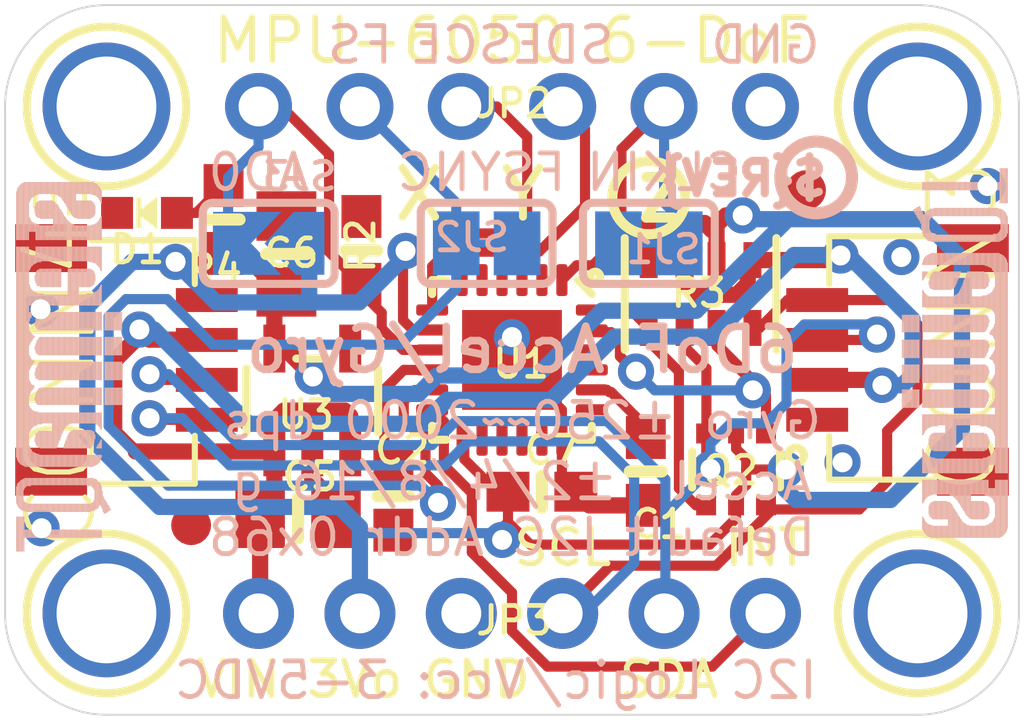
<source format=kicad_pcb>
(kicad_pcb (version 20221018) (generator pcbnew)
  (layers (0 "F.Cu" signal) (31 "B.Cu" signal) (34 "B.Paste" user) (35 "F.Paste" user) (36 "B.SilkS" user "B.Silkscreen") (37 "F.SilkS" user "F.Silkscreen") (38 "B.Mask" user) (39 "F.Mask" user) (44 "Edge.Cuts" user))
  (net 0 "")
  (net 1 "3.3V")
  (net 2 "GND")
  (net 3 "SDA")
  (net 4 "SCL")
  (net 5 "FSYNC_IN")
  (net 6 "CLKIN")
  (net 7 "CPOUT")
  (net 8 "REGOUT")
  (net 9 "SDA_EXT")
  (net 10 "SCL_EXT")
  (net 11 "AD0")
  (net 12 "SCL_3V")
  (net 13 "SDA_3V")
  (net 14 "INT")
  (net 15 "VCC")
  (net 16 "N$1")
  (footprint "Adafruit MPU6050:JST_SH4" (layer "F.Cu") (at 138.3411 105.0036 -90)
    (fp_text reference "CONN4" (at -3.711 2.101 90) (layer "F.SilkS") (effects (font (size 1.647139 1.647139) (thickness 0.130861)) (justify right top)))
    (fp_text value "STEMMA_I2C_QT" hide)
    (pad "1" smd rect (at -1.5 -2.514) (size 1.55 0.6) (layers "F.Cu" "F.Paste" "F.Mask") (net 2 "GND"))
    (pad "2" smd rect (at -0.5 -2.514) (size 1.55 0.6) (layers "F.Cu" "F.Paste" "F.Mask") (net 15 "VCC"))
    (pad "3" smd rect (at 0.5 -2.514) (size 1.55 0.6) (layers "F.Cu" "F.Paste" "F.Mask") (net 3 "SDA"))
    (pad "4" smd rect (at 1.5 -2.514) (size 1.55 0.6) (layers "F.Cu" "F.Paste" "F.Mask") (net 4 "SCL"))
    (pad "MT1" smd rect (at -2.8 1.386) (size 1.8 1.2) (layers "F.Cu" "F.Paste" "F.Mask"))
    (pad "MT2" smd rect (at 2.8 1.386) (size 1.8 1.2) (layers "F.Cu" "F.Paste" "F.Mask"))
  )
  (footprint "Adafruit MPU6050:0603-NO" (layer "F.Cu") (at 145.5293 108.4199 -90)
    (fp_text reference "C2" (at -0.762 0.5334) (layer "F.SilkS") (effects (font (size 0.692831 0.692831) (thickness 0.119969)) (justify left bottom)))
    (fp_text value "0.1uF")
    (pad "1" smd rect (at -0.85 0 270) (size 1.075 1) (layers "F.Cu" "F.Paste" "F.Mask") (net 8 "REGOUT"))
    (pad "2" smd rect (at 0.85 0 270) (size 1.075 1) (layers "F.Cu" "F.Paste" "F.Mask") (net 2 "GND"))
  )
  (footprint "Adafruit MPU6050:MOUNTINGHOLE_2.5_PLATED" (layer "F.Cu") (at 138.3411 98.6536)
    (fp_text reference "U$39" hide)
    (fp_text value "MOUNTINGHOLE2.5" hide)
    (pad "P$1" thru_hole circle (at 0 0) (size 3.2 3.2) (drill 2.5) (layers "*.Cu" "*.Mask"))
  )
  (footprint "Adafruit MPU6050:MOUNTINGHOLE_2.5_PLATED" (layer "F.Cu") (at 158.6611 111.3536)
    (fp_text reference "U$43" hide)
    (fp_text value "MOUNTINGHOLE2.5" hide)
    (pad "P$1" thru_hole circle (at 0 0) (size 3.2 3.2) (drill 2.5) (layers "*.Cu" "*.Mask"))
  )
  (footprint "Adafruit MPU6050:JST_SH4" (layer "F.Cu") (at 158.6611 105.0036 90)
    (fp_text reference "CONN3" (at -3.457 2.101 90) (layer "F.SilkS") (effects (font (size 1.647139 1.647139) (thickness 0.130861)) (justify left bottom)))
    (fp_text value "STEMMA_I2C_QT" hide)
    (pad "1" smd rect (at -1.5 -2.514 180) (size 1.55 0.6) (layers "F.Cu" "F.Paste" "F.Mask") (net 2 "GND"))
    (pad "2" smd rect (at -0.5 -2.514 180) (size 1.55 0.6) (layers "F.Cu" "F.Paste" "F.Mask") (net 15 "VCC"))
    (pad "3" smd rect (at 0.5 -2.514 180) (size 1.55 0.6) (layers "F.Cu" "F.Paste" "F.Mask") (net 3 "SDA"))
    (pad "4" smd rect (at 1.5 -2.514 180) (size 1.55 0.6) (layers "F.Cu" "F.Paste" "F.Mask") (net 4 "SCL"))
    (pad "MT1" smd rect (at -2.8 1.386 180) (size 1.8 1.2) (layers "F.Cu" "F.Paste" "F.Mask"))
    (pad "MT2" smd rect (at 2.8 1.386 180) (size 1.8 1.2) (layers "F.Cu" "F.Paste" "F.Mask"))
  )
  (footprint "Adafruit MPU6050:RESPACK_4X0603" (layer "F.Cu") (at 153.2255 103.3526 180)
    (fp_text reference "R3" (at -0.711 0.432) (layer "F.SilkS") (effects (font (size 0.692831 0.692831) (thickness 0.119969)) (justify right top)))
    (fp_text value "10K")
    (pad "1" smd rect (at -1.3 0.85 180) (size 0.45 0.9) (layers "F.Cu" "F.Paste" "F.Mask") (net 15 "VCC"))
    (pad "2" smd rect (at -0.4 0.85 180) (size 0.45 0.9) (layers "F.Cu" "F.Paste" "F.Mask") (net 1 "3.3V"))
    (pad "3" smd rect (at 0.4 0.85 180) (size 0.45 0.9) (layers "F.Cu" "F.Paste" "F.Mask") (net 15 "VCC"))
    (pad "4" smd rect (at 1.3 0.85 180) (size 0.45 0.9) (layers "F.Cu" "F.Paste" "F.Mask") (net 1 "3.3V"))
    (pad "5" smd rect (at 1.3 -0.85 180) (size 0.45 0.9) (layers "F.Cu" "F.Paste" "F.Mask") (net 13 "SDA_3V"))
    (pad "6" smd rect (at 0.4 -0.85 180) (size 0.45 0.9) (layers "F.Cu" "F.Paste" "F.Mask") (net 3 "SDA"))
    (pad "7" smd rect (at -0.4 -0.85 180) (size 0.45 0.9) (layers "F.Cu" "F.Paste" "F.Mask") (net 12 "SCL_3V"))
    (pad "8" smd rect (at -1.3 -0.85 180) (size 0.45 0.9) (layers "F.Cu" "F.Paste" "F.Mask") (net 4 "SCL"))
  )
  (footprint "Adafruit MPU6050:SOT23-5" (layer "F.Cu") (at 143.4973 106.0196)
    (fp_text reference "U3" (at 0.6128 -0.0508) (layer "F.SilkS") (effects (font (size 0.692831 0.692831) (thickness 0.119969)) (justify right top)))
    (fp_text value "AP2112K-3.3")
    (pad "1" smd rect (at -0.95 1.3001) (size 0.55 1.2) (layers "F.Cu" "F.Paste" "F.Mask") (net 15 "VCC"))
    (pad "2" smd rect (at 0 1.3001) (size 0.55 1.2) (layers "F.Cu" "F.Paste" "F.Mask") (net 2 "GND"))
    (pad "3" smd rect (at 0.95 1.3001) (size 0.55 1.2) (layers "F.Cu" "F.Paste" "F.Mask") (net 15 "VCC"))
    (pad "4" smd rect (at 0.95 -1.3001) (size 0.55 1.2) (layers "F.Cu" "F.Paste" "F.Mask"))
    (pad "5" smd rect (at -0.95 -1.3001) (size 0.55 1.2) (layers "F.Cu" "F.Paste" "F.Mask") (net 1 "3.3V"))
  )
  (footprint "Adafruit MPU6050:1X06_ROUND" (layer "F.Cu") (at 148.5011 98.6536)
    (fp_text reference "JP2" (at -0.9652 0.3302) (layer "F.SilkS") (effects (font (size 0.692831 0.692831) (thickness 0.119969)) (justify left bottom)))
    (fp_text value "")
    (pad "1" thru_hole circle (at -6.35 0 90) (size 1.6764 1.6764) (drill 1) (layers "*.Cu" "*.Mask") (net 11 "AD0"))
    (pad "2" thru_hole circle (at -3.81 0 90) (size 1.6764 1.6764) (drill 1) (layers "*.Cu" "*.Mask") (net 5 "FSYNC_IN"))
    (pad "3" thru_hole circle (at -1.27 0 90) (size 1.6764 1.6764) (drill 1) (layers "*.Cu" "*.Mask") (net 10 "SCL_EXT"))
    (pad "4" thru_hole circle (at 1.27 0 90) (size 1.6764 1.6764) (drill 1) (layers "*.Cu" "*.Mask") (net 9 "SDA_EXT"))
    (pad "5" thru_hole circle (at 3.81 0 90) (size 1.6764 1.6764) (drill 1) (layers "*.Cu" "*.Mask") (net 6 "CLKIN"))
    (pad "6" thru_hole circle (at 6.35 0 90) (size 1.6764 1.6764) (drill 1) (layers "*.Cu" "*.Mask") (net 2 "GND"))
  )
  (footprint "Adafruit MPU6050:0603-NO" (layer "F.Cu") (at 151.8539 107.7976 -90)
    (fp_text reference "C1" (at 1.7272 0.4318) (layer "F.SilkS") (effects (font (size 0.692831 0.692831) (thickness 0.119969)) (justify left bottom)))
    (fp_text value "2.2nF")
    (pad "1" smd rect (at -0.85 0 270) (size 1.075 1) (layers "F.Cu" "F.Paste" "F.Mask") (net 7 "CPOUT"))
    (pad "2" smd rect (at 0.85 0 270) (size 1.075 1) (layers "F.Cu" "F.Paste" "F.Mask") (net 2 "GND"))
  )
  (footprint "Adafruit MPU6050:1X06_ROUND_70" (layer "F.Cu") (at 148.5011 111.3536)
    (fp_text reference "JP3" (at -0.9652 0.5842) (layer "F.SilkS") (effects (font (size 0.692831 0.692831) (thickness 0.119969)) (justify left bottom)))
    (fp_text value "")
    (pad "1" thru_hole circle (at -6.35 0 90) (size 1.778 1.778) (drill 1) (layers "*.Cu" "*.Mask") (net 15 "VCC"))
    (pad "2" thru_hole circle (at -3.81 0 90) (size 1.778 1.778) (drill 1) (layers "*.Cu" "*.Mask") (net 1 "3.3V"))
    (pad "3" thru_hole circle (at -1.27 0 90) (size 1.778 1.778) (drill 1) (layers "*.Cu" "*.Mask") (net 2 "GND"))
    (pad "4" thru_hole circle (at 1.27 0 90) (size 1.778 1.778) (drill 1) (layers "*.Cu" "*.Mask") (net 4 "SCL"))
    (pad "5" thru_hole circle (at 3.81 0 90) (size 1.778 1.778) (drill 1) (layers "*.Cu" "*.Mask") (net 3 "SDA"))
    (pad "6" thru_hole circle (at 6.35 0 90) (size 1.778 1.778) (drill 1) (layers "*.Cu" "*.Mask") (net 14 "INT"))
  )
  (footprint "Adafruit MPU6050:0805-NO" (layer "F.Cu") (at 143.1417 108.966)
    (fp_text reference "C5" (at -0.4572 -0.635) (layer "F.SilkS") (effects (font (size 0.692831 0.692831) (thickness 0.119969)) (justify left bottom)))
    (fp_text value "10uF")
    (pad "1" smd rect (at -0.95 0) (size 1.24 1.5) (layers "F.Cu" "F.Paste" "F.Mask") (net 15 "VCC"))
    (pad "2" smd rect (at 0.95 0) (size 1.24 1.5) (layers "F.Cu" "F.Paste" "F.Mask") (net 2 "GND"))
  )
  (footprint "Adafruit MPU6050:MOUNTINGHOLE_2.5_PLATED" (layer "F.Cu") (at 138.3411 111.3536)
    (fp_text reference "U$42" hide)
    (fp_text value "MOUNTINGHOLE2.5" hide)
    (pad "P$1" thru_hole circle (at 0 0) (size 3.2 3.2) (drill 2.5) (layers "*.Cu" "*.Mask"))
  )
  (footprint "Adafruit MPU6050:CHIPLED_0603_NOOUTLINE" (layer "F.Cu") (at 139.3571 101.3206 90)
    (fp_text reference "D1" (at -0.508 0.508) (layer "F.SilkS") (effects (font (size 0.692831 0.692831) (thickness 0.119969)) (justify right top)))
    (fp_text value "GREEN")
    (pad "A" smd rect (at 0 0.75 90) (size 0.8 0.8) (layers "F.Cu" "F.Paste" "F.Mask") (net 16 "N$1"))
    (pad "C" smd rect (at 0 -0.75 90) (size 0.8 0.8) (layers "F.Cu" "F.Paste" "F.Mask") (net 2 "GND"))
  )
  (footprint "Adafruit MPU6050:MOUNTINGHOLE_2.5_PLATED" (layer "F.Cu") (at 158.6611 98.6536)
    (fp_text reference "U$40" hide)
    (fp_text value "MOUNTINGHOLE2.5" hide)
    (pad "P$1" thru_hole circle (at 0 0) (size 3.2 3.2) (drill 2.5) (layers "*.Cu" "*.Mask"))
  )
  (footprint "Adafruit MPU6050:0603-NO" (layer "F.Cu") (at 149.2504 108.3056)
    (fp_text reference "C7" (at -0.508 -0.635) (layer "F.SilkS") (effects (font (size 0.692831 0.692831) (thickness 0.119969)) (justify left bottom)))
    (fp_text value "0.1uF")
    (pad "1" smd rect (at -0.85 0) (size 1.075 1) (layers "F.Cu" "F.Paste" "F.Mask") (net 1 "3.3V"))
    (pad "2" smd rect (at 0.85 0) (size 1.075 1) (layers "F.Cu" "F.Paste" "F.Mask") (net 2 "GND"))
  )
  (footprint "Adafruit MPU6050:FIDUCIAL_1MM" (layer "F.Cu") (at 155.8671 100.7491)
    (fp_text reference "FID3" hide)
    (fp_text value "FIDUCIAL_1MM" hide)
    (pad "1" smd roundrect (at 0 0) (size 1 1) (layers "F.Cu" "F.Mask") (roundrect_rratio 0.5))
  )
  (footprint "Adafruit MPU6050:0603-NO" (layer "F.Cu") (at 144.7292 102.2604 90)
    (fp_text reference "R2" (at -0.635 0.381 90) (layer "F.SilkS") (effects (font (size 0.692831 0.692831) (thickness 0.119969)) (justify left bottom)))
    (fp_text value "10K")
    (pad "1" smd rect (at -0.85 0 90) (size 1.075 1) (layers "F.Cu" "F.Paste" "F.Mask") (net 11 "AD0"))
    (pad "2" smd rect (at 0.85 0 90) (size 1.075 1) (layers "F.Cu" "F.Paste" "F.Mask") (net 2 "GND"))
  )
  (footprint "Adafruit MPU6050:QFN24_4MM_SMSC" (layer "F.Cu") (at 148.5011 105.0036 -90)
    (fp_text reference "U1" (at 0.502 0.545) (layer "F.SilkS") (effects (font (size 0.692831 0.692831) (thickness 0.119969)) (justify left bottom)))
    (fp_text value "MPU-6050")
    (pad "1" smd roundrect (at -2 -1.25 90) (size 0.8 0.28) (layers "F.Cu" "F.Paste" "F.Mask") (net 6 "CLKIN"))
    (pad "2" smd roundrect (at -2 -0.75 90) (size 0.8 0.28) (layers "F.Cu" "F.Paste" "F.Mask"))
    (pad "3" smd roundrect (at -2 -0.25 90) (size 0.8 0.28) (layers "F.Cu" "F.Paste" "F.Mask"))
    (pad "4" smd roundrect (at -2 0.25 90) (size 0.8 0.28) (layers "F.Cu" "F.Paste" "F.Mask"))
    (pad "5" smd roundrect (at -2 0.75 90) (size 0.8 0.28) (layers "F.Cu" "F.Paste" "F.Mask"))
    (pad "6" smd roundrect (at -2 1.25 90) (size 0.8 0.28) (layers "F.Cu" "F.Paste" "F.Mask") (net 9 "SDA_EXT"))
    (pad "7" smd roundrect (at -1.25 2) (size 0.8 0.28) (layers "F.Cu" "F.Paste" "F.Mask") (net 10 "SCL_EXT"))
    (pad "8" smd roundrect (at -0.75 2) (size 0.8 0.28) (layers "F.Cu" "F.Paste" "F.Mask") (net 1 "3.3V"))
    (pad "9" smd roundrect (at -0.25 2) (size 0.8 0.28) (layers "F.Cu" "F.Paste" "F.Mask") (net 11 "AD0"))
    (pad "10" smd roundrect (at 0.25 2) (size 0.8 0.28) (layers "F.Cu" "F.Paste" "F.Mask") (net 8 "REGOUT"))
    (pad "11" smd roundrect (at 0.75 2) (size 0.8 0.28) (layers "F.Cu" "F.Paste" "F.Mask") (net 5 "FSYNC_IN"))
    (pad "12" smd roundrect (at 1.25 2) (size 0.8 0.28) (layers "F.Cu" "F.Paste" "F.Mask") (net 14 "INT"))
    (pad "13" smd roundrect (at 2 1.25 270) (size 0.8 0.28) (layers "F.Cu" "F.Paste" "F.Mask") (net 1 "3.3V"))
    (pad "14" smd roundrect (at 2 0.75 270) (size 0.8 0.28) (layers "F.Cu" "F.Paste" "F.Mask"))
    (pad "15" smd roundrect (at 2 0.25 270) (size 0.8 0.28) (layers "F.Cu" "F.Paste" "F.Mask"))
    (pad "16" smd roundrect (at 2 -0.25 270) (size 0.8 0.28) (layers "F.Cu" "F.Paste" "F.Mask"))
    (pad "17" smd roundrect (at 2 -0.75 270) (size 0.8 0.28) (layers "F.Cu" "F.Paste" "F.Mask"))
    (pad "18" smd roundrect (at 2 -1.25 270) (size 0.8 0.28) (layers "F.Cu" "F.Paste" "F.Mask") (net 2 "GND"))
    (pad "19" smd roundrect (at 1.25 -2 180) (size 0.8 0.28) (layers "F.Cu" "F.Paste" "F.Mask"))
    (pad "20" smd roundrect (at 0.75 -2 180) (size 0.8 0.28) (layers "F.Cu" "F.Paste" "F.Mask") (net 7 "CPOUT"))
    (pad "21" smd roundrect (at 0.25 -2 180) (size 0.8 0.28) (layers "F.Cu" "F.Paste" "F.Mask"))
    (pad "22" smd roundrect (at -0.25 -2 180) (size 0.8 0.28) (layers "F.Cu" "F.Paste" "F.Mask"))
    (pad "23" smd roundrect (at -0.75 -2 180) (size 0.8 0.28) (layers "F.Cu" "F.Paste" "F.Mask") (net 12 "SCL_3V"))
    (pad "24" smd roundrect (at -1.25 -2 180) (size 0.8 0.28) (layers "F.Cu" "F.Paste" "F.Mask") (net 13 "SDA_3V"))
    (pad "THERM" smd rect (at 0 0 270) (size 2.5 2.5) (layers "F.Cu" "F.Mask") (net 2 "GND"))
  )
  (footprint "Adafruit MPU6050:SOT363" (layer "F.Cu") (at 154.1145 107.7468 180)
    (fp_text reference "Q2" (at -0.635 0.381) (layer "F.SilkS") (effects (font (size 0.692831 0.692831) (thickness 0.119969)) (justify right top)))
    (fp_text value "BSS138")
    (pad "1" smd rect (at -0.75 0.9 180) (size 0.5 0.5) (layers "F.Cu" "F.Paste" "F.Mask") (net 12 "SCL_3V"))
    (pad "2" smd rect (at 0 0.9 180) (size 0.4 0.5) (layers "F.Cu" "F.Paste" "F.Mask") (net 1 "3.3V"))
    (pad "3" smd rect (at 0.75 0.9 180) (size 0.5 0.5) (layers "F.Cu" "F.Paste" "F.Mask") (net 3 "SDA"))
    (pad "4" smd rect (at 0.75 -0.9 180) (size 0.5 0.5) (layers "F.Cu" "F.Paste" "F.Mask") (net 13 "SDA_3V"))
    (pad "5" smd rect (at 0 -0.9 180) (size 0.4 0.5) (layers "F.Cu" "F.Paste" "F.Mask") (net 1 "3.3V"))
    (pad "6" smd rect (at -0.75 -0.9 180) (size 0.5 0.5) (layers "F.Cu" "F.Paste" "F.Mask") (net 4 "SCL"))
  )
  (footprint "Adafruit MPU6050:0603-NO" (layer "F.Cu") (at 141.2748 101.4857 90)
    (fp_text reference "R4" (at -0.8382 0.5334) (layer "F.SilkS") (effects (font (size 0.692831 0.692831) (thickness 0.119969)) (justify right top)))
    (fp_text value "10K")
    (pad "1" smd rect (at -0.85 0 90) (size 1.075 1) (layers "F.Cu" "F.Paste" "F.Mask") (net 1 "3.3V"))
    (pad "2" smd rect (at 0.85 0 90) (size 1.075 1) (layers "F.Cu" "F.Paste" "F.Mask") (net 16 "N$1"))
  )
  (footprint "Adafruit MPU6050:0805-NO" (layer "F.Cu") (at 142.8496 102.3493 90)
    (fp_text reference "C6" (at -0.381 -0.635) (layer "F.SilkS") (effects (font (size 0.692831 0.692831) (thickness 0.119969)) (justify left bottom)))
    (fp_text value "10uF")
    (pad "1" smd rect (at -0.95 0 90) (size 1.24 1.5) (layers "F.Cu" "F.Paste" "F.Mask") (net 1 "3.3V"))
    (pad "2" smd rect (at 0.95 0 90) (size 1.24 1.5) (layers "F.Cu" "F.Paste" "F.Mask") (net 2 "GND"))
  )
  (footprint "Adafruit MPU6050:FIDUCIAL_1MM" (layer "F.Cu") (at 140.462 109.1438)
    (fp_text reference "FID4" hide)
    (fp_text value "FIDUCIAL_1MM" hide)
    (pad "1" smd roundrect (at 0 0) (size 1 1) (layers "F.Cu" "F.Mask") (roundrect_rratio 0.5))
  )
  (footprint "Adafruit MPU6050:STEMMAQT" (layer "B.Cu") (at 158.2801 109.4486 90)
    (fp_text reference "U$47" hide)
    (fp_text value "" hide)
  )
  (footprint "Adafruit MPU6050:STEMMAQT" (layer "B.Cu") (at 138.7221 100.5586 -90)
    (fp_text reference "U$48" hide)
    (fp_text value "" hide)
  )
  (footprint "Adafruit MPU6050:PCBFEAT-REV-040" (layer "B.Cu") (at 156.1211 100.4316 180)
    (fp_text reference "U$46" hide)
    (fp_text value "" hide)
    (fp_text user "${REV}" (at -0.3556 -0.508) (layer "B.SilkS") (effects (font (size 0.8128 0.8128) (thickness 0.2032)) (justify left bottom mirror)))
  )
  (footprint "Adafruit MPU6050:SOLDERJUMPER_CLOSEDWIRE" (layer "B.Cu") (at 147.8661 102.0826 180)
    (fp_text reference "SJ2" (at -0.635 -0.254) (layer "B.SilkS") (effects (font (size 0.692831 0.692831) (thickness 0.119969)) (justify left bottom mirror)))
    (fp_text value "FSYNC")
    (pad "1" smd rect (at -0.762 0 180) (size 1.1684 1.6002) (layers "B.Cu") (net 2 "GND"))
    (pad "2" smd rect (at 0.762 0 180) (size 1.1684 1.6002) (layers "B.Cu") (net 5 "FSYNC_IN"))
    (pad "WIRE" smd rect (at 0 0) (size 0.635 0.2032) (layers "B.Cu"))
  )
  (footprint "Adafruit MPU6050:SOLDERJUMPER_ARROW_NOPASTE" (layer "B.Cu") (at 142.4051 102.0826 180)
    (fp_text reference "SJ3" (at -1.778 1.27) (layer "B.SilkS") (effects (font (size 0.692831 0.692831) (thickness 0.119969)) (justify left bottom mirror)))
    (fp_text value "")
    (fp_poly (pts (xy 0.106121 -0.002663) (xy -0.679416 -0.7882) (xy -1.3946 -0.7882) (xy -1.3946 0.7882) (xy -0.62715 0.7882)) (fill solid) (layer "B.Cu"))
    (fp_poly (pts (xy 1.3946 -0.7882) (xy -0.315893 -0.7882) (xy 0.443148 0) (xy -0.315893 0.7882) (xy 1.3946 0.7882)) (fill solid) (layer "B.Cu"))
    (pad "1" smd roundrect (at -1.016 0 180) (size 0.762 1.524) (layers "B.Cu") (net 1 "3.3V"))
    (pad "2" smd roundrect (at 1.016 0 180) (size 0.762 1.524) (layers "B.Cu") (net 11 "AD0"))
  )
  (footprint "Adafruit MPU6050:SOLDERJUMPER_CLOSEDWIRE" (layer "B.Cu") (at 151.9301 102.0826)
    (fp_text reference "SJ1" (at -0.635 -0.254) (layer "B.SilkS") (effects (font (size 0.692831 0.692831) (thickness 0.119969)) (justify right top mirror)))
    (fp_text value "CLKIN")
    (pad "1" smd rect (at -0.762 0) (size 1.1684 1.6002) (layers "B.Cu") (net 2 "GND"))
    (pad "2" smd rect (at 0.762 0) (size 1.1684 1.6002) (layers "B.Cu") (net 6 "CLKIN"))
    (pad "WIRE" smd rect (at 0 0 180) (size 0.635 0.2032) (layers "B.Cu"))
  )
  (gr_circle (center 151.9301 100.9396) (end 152.845909 100.9396) (stroke (width 0.254)) (fill none) (layer "F.SilkS"))
  (gr_arc (start 138.3411 113.8936) (mid 136.545049 113.149651) (end 135.8011 111.3536) (stroke (width 0.05)) (layer "Edge.Cuts"))
  (gr_arc (start 158.6611 96.1136) (mid 160.457151 96.857549) (end 161.2011 98.6536) (stroke (width 0.05)) (layer "Edge.Cuts"))
  (gr_line (start 161.2011 111.3536) (end 161.2011 98.6536) (stroke (width 0.05)) (layer "Edge.Cuts"))
  (gr_line (start 158.6611 96.1136) (end 138.3411 96.1136) (stroke (width 0.05)) (layer "Edge.Cuts"))
  (gr_line (start 135.8011 98.6536) (end 135.8011 111.3536) (stroke (width 0.05)) (layer "Edge.Cuts"))
  (gr_arc (start 161.2011 111.3536) (mid 160.457151 113.149651) (end 158.6611 113.8936) (stroke (width 0.05)) (layer "Edge.Cuts"))
  (gr_arc (start 135.8011 98.6536) (mid 136.545049 96.857549) (end 138.3411 96.1136) (stroke (width 0.05)) (layer "Edge.Cuts"))
  (gr_line (start 138.3411 113.8936) (end 158.6611 113.8936) (stroke (width 0.05)) (layer "Edge.Cuts"))
  (gr_text "SCE" (at 147.2311 97.6376) (layer "B.SilkS") (effects (font (size 0.89408 0.89408) (thickness 0.12192)) (justify bottom mirror)))
  (gr_text "SDE" (at 149.7711 97.6376) (layer "B.SilkS") (effects (font (size 0.89408 0.89408) (thickness 0.12192)) (justify bottom mirror)))
  (gr_text "Gyro ±250~~2000 dps" (at 148.7551 106.5276) (layer "B.SilkS") (effects (font (size 0.89408 0.89408) (thickness 0.12192)) (justify mirror)))
  (gr_text "6DoF Accel/Gyro" (at 148.7551 104.7496) (layer "B.SilkS") (effects (font (size 1.0795 1.0795) (thickness 0.1905)) (justify mirror)))
  (gr_text "CLKIN" (at 152.3111 100.3046) (layer "B.SilkS") (effects (font (size 0.89408 0.89408) (thickness 0.12192)) (justify mirror)))
  (gr_text "GND" (at 154.8511 97.6376) (layer "B.SilkS") (effects (font (size 0.89408 0.89408) (thickness 0.12192)) (justify bottom mirror)))
  (gr_text "Accel  ±2/4/8/16 g" (at 148.7551 108.0516) (layer "B.SilkS") (effects (font (size 0.89408 0.89408) (thickness 0.12192)) (justify mirror)))
  (gr_text "AD0" (at 142.1511 100.3046) (layer "B.SilkS") (effects (font (size 0.89408 0.89408) (thickness 0.12192)) (justify mirror)))
  (gr_text "FS" (at 144.6911 97.6376) (layer "B.SilkS") (effects (font (size 0.89408 0.89408) (thickness 0.12192)) (justify bottom mirror)))
  (gr_text "Default I2C Addr 0x68" (at 148.5011 109.4486) (layer "B.SilkS") (effects (font (size 0.89408 0.89408) (thickness 0.12192)) (justify mirror)))
  (gr_text "FSYNC" (at 147.7391 100.3046) (layer "B.SilkS") (effects (font (size 0.89408 0.89408) (thickness 0.12192)) (justify mirror)))
  (gr_text "I2C Logic/Vcc: 3-5VDC" (at 148.0947 113.03) (layer "B.SilkS") (effects (font (size 0.89408 0.89408) (thickness 0.12192)) (justify mirror)))
  (gr_text "INT" (at 154.8511 109.7026) (layer "F.SilkS") (effects (font (size 0.87376 0.87376) (thickness 0.14224))))
  (gr_text "VIN" (at 141.6431 113.0046) (layer "F.SilkS") (effects (font (size 0.87376 0.87376) (thickness 0.14224))))
  (gr_text "on" (at 136.3091 101.4476) (layer "F.SilkS") (effects (font (size 0.89408 0.89408) (thickness 0.12192)) (justify left bottom)))
  (gr_text "Z" (at 151.5491 101.5746) (layer "F.SilkS") (effects (font (size 1.016 1.016) (thickness 0.254)) (justify left bottom)))
  (gr_text "MPU-6050 6-DoF" (at 148.5011 97.0026) (layer "F.SilkS") (effects (font (size 1.072896 1.072896) (thickness 0.146304))))
  (gr_text "SCL" (at 149.7711 109.7026) (layer "F.SilkS") (effects (font (size 0.87376 0.87376) (thickness 0.14224))))
  (gr_text "Y" (at 148.1201 101.5746) (layer "F.SilkS") (effects (font (size 1.223264 1.223264) (thickness 0.199136)) (justify left bottom)))
  (gr_text "3Vo" (at 144.5641 113.0046) (layer "F.SilkS") (effects (font (size 0.87376 0.87376) (thickness 0.14224))))
  (gr_text "SDA" (at 152.4381 113.0046) (layer "F.SilkS") (effects (font (size 0.87376 0.87376) (thickness 0.14224))))
  (gr_text "GND" (at 147.6121 113.0046) (layer "F.SilkS") (effects (font (size 0.87376 0.87376) (thickness 0.14224))))
  (gr_text "X" (at 145.4531 101.5746) (layer "F.SilkS") (effects (font (size 1.223264 1.223264) (thickness 0.199136)) (justify left bottom)))
  (segment (start 153.3271 101.5746) (end 151.9255 101.5746) (width 0.4064) (layer "F.Cu") (net 1))
  (segment (start 142.521178 103.194479) (end 142.770621 103.274094) (width 0.254) (layer "F.Cu") (net 1))
  (segment (start 141.6624 102.3357) (end 142.521178 103.194479) (width 0.254) (layer "F.Cu") (net 1))
  (segment (start 154.3685 107.7498) (end 154.3685 108.1388) (width 0.254) (layer "F.Cu") (net 1))
  (segment (start 153.8604 101.3841) (end 154.2796 101.3841) (width 0.4064) (layer "F.Cu") (net 1))
  (segment (start 154.1145 108.97) (end 153.4541 109.6304) (width 0.254) (layer "F.Cu") (net 1))
  (segment (start 145.7715 104.0066) (end 145.7715 102.3357) (width 0.254) (layer "F.Cu") (net 1))
  (segment (start 142.5473 103.497416) (end 142.770621 103.274094) (width 0.4064) (layer "F.Cu") (net 1))
  (segment (start 154.1145 108.3928) (end 154.1145 108.6468) (width 0.254) (layer "F.Cu") (net 1))
  (segment (start 148.1086 108.3056) (end 148.4004 108.3056) (width 0.254) (layer "F.Cu") (net 1))
  (segment (start 145.7715 102.3357) (end 145.8341 102.2731) (width 0.254) (layer "F.Cu") (net 1))
  (segment (start 141.0633 102.5472) (end 141.2748 102.3357) (width 0.4064) (layer "F.Cu") (net 1))
  (segment (start 148.2526 109.2154) (end 148.2526 109.512425) (width 0.254) (layer "F.Cu") (net 1))
  (segment (start 147.2511 107.0036) (end 147.3063 107.0588) (width 0.254) (layer "F.Cu") (net 1))
  (segment (start 147.3063 107.0588) (end 147.3063 107.48885) (width 0.254) (layer "F.Cu") (net 1))
  (segment (start 147.3063 107.48885) (end 147.84335 108.0259) (width 0.254) (layer "F.Cu") (net 1))
  (segment (start 154.3685 107.7498) (end 155.3591 107.7498) (width 0.254) (layer "F.Cu") (net 1))
  (segment (start 153.4985 101.746) (end 153.3271 101.5746) (width 0.4064) (layer "F.Cu") (net 1))
  (segment (start 153.4985 101.746) (end 153.6255 101.619) (width 0.4064) (layer "F.Cu") (net 1))
  (segment (start 154.3685 107.4818) (end 154.1145 107.2278) (width 0.254) (layer "F.Cu") (net 1))
  (segment (start 146.5011 104.2536) (end 146.0185 104.2536) (width 0.254) (layer "F.Cu") (net 1))
  (segment (start 142.5473 104.7195) (end 142.5473 103.497416) (width 0.4064) (layer "F.Cu") (net 1))
  (segment (start 154.3685 108.1388) (end 154.1145 108.3928) (width 0.254) (layer "F.Cu") (net 1))
  (segment (start 142.770621 103.274094) (end 142.8496 103.2993) (width 0.254) (layer "F.Cu") (net 1))
  (segment (start 148.9632 109.6304) (end 148.4004 109.0676) (width 0.254) (layer "F.Cu") (net 1))
  (segment (start 140.073 102.5472) (end 141.0633 102.5472) (width 0.4064) (layer "F.Cu") (net 1))
  (segment (start 148.4004 108.3056) (end 148.4004 109.0676) (width 0.254) (layer "F.Cu") (net 1))
  (segment (start 147.8289 108.0259) (end 148.1086 108.3056) (width 0.254) (layer "F.Cu") (net 1))
  (segment (start 154.3685 107.4818) (end 154.3685 107.7498) (width 0.254) (layer "F.Cu") (net 1))
  (segment (start 141.2748 102.3357) (end 141.6624 102.3357) (width 0.254) (layer "F.Cu") (net 1))
  (segment (start 154.1145 106.8468) (end 154.1145 107.2278) (width 0.254) (layer "F.Cu") (net 1))
  (segment (start 146.0185 104.2536) (end 145.7715 104.0066) (width 0.254) (layer "F.Cu") (net 1))
  (segment (start 153.4541 109.6304) (end 148.9632 109.6304) (width 0.254) (layer "F.Cu") (net 1))
  (segment (start 147.84335 108.0259) (end 147.8289 108.0259) (width 0.254) (layer "F.Cu") (net 1))
  (segment (start 142.811975 104.7195) (end 143.512587 105.420113) (width 0.4064) (layer "F.Cu") (net 1))
  (segment (start 142.5473 104.7195) (end 142.811975 104.7195) (width 0.4064) (layer "F.Cu") (net 1))
  (segment (start 153.6255 102.5026) (end 153.6255 101.619) (width 0.4064) (layer "F.Cu") (net 1))
  (segment (start 151.9255 102.5026) (end 151.9255 101.5746) (width 0.4064) (layer "F.Cu") (net 1))
  (segment (start 153.6255 101.619) (end 153.8604 101.3841) (width 0.4064) (layer "F.Cu") (net 1))
  (segment (start 154.1145 108.6468) (end 154.1145 108.97) (width 0.254) (layer "F.Cu") (net 1))
  (segment (start 148.4004 109.0676) (end 148.2526 109.2154) (width 0.254) (layer "F.Cu") (net 1))
  (via (at 145.8341 102.2731) (size 0.9064) (drill 0.5) (layers "F.Cu" "B.Cu") (net 1))
  (via (at 155.3591 107.7498) (size 0.9064) (drill 0.5) (layers "F.Cu" "B.Cu") (net 1))
  (via (at 143.512587 105.420113) (size 0.9064) (drill 0.5) (layers "F.Cu" "B.Cu") (net 1))
  (via (at 140.073 102.5472) (size 0.9064) (drill 0.5) (layers "F.Cu" "B.Cu") (net 1))
  (via (at 148.2526 109.512425) (size 0.9064) (drill 0.5) (layers "F.Cu" "B.Cu") (net 1))
  (via (at 154.2796 101.3841) (size 0.9064) (drill 0.5) (layers "F.Cu" "B.Cu") (net 1))
  (segment (start 157.983637 108.5118) (end 155.6131 108.5118) (width 0.4064) (layer "B.Cu") (net 1))
  (segment (start 145.8341 102.2731) (end 145.8341 102.4001) (width 0.4064) (layer "B.Cu") (net 1))
  (segment (start 146.160156 105.855094) (end 146.62195 105.3933) (width 0.4064) (layer "B.Cu") (net 1))
  (segment (start 145.8341 102.4001) (end 144.671 103.5632) (width 0.4064) (layer "B.Cu") (net 1))
  (segment (start 153.116612 103.7717) (end 150.753293 103.7717) (width 0.4064) (layer "B.Cu") (net 1))
  (segment (start 155.3591 108.2578) (end 155.3591 107.7498) (width 0.4064) (layer "B.Cu") (net 1))
  (segment (start 148.083175 109.343) (end 144.8395 109.343) (width 0.254) (layer "B.Cu") (net 1))
  (segment (start 141.089 103.5632) (end 140.073 102.5472) (width 0.4064) (layer "B.Cu") (net 1))
  (segment (start 150.753293 103.7717) (end 149.131693 105.3933) (width 0.4064) (layer "B.Cu") (net 1))
  (segment (start 155.6131 108.5118) (end 155.3591 108.2578) (width 0.4064) (layer "B.Cu") (net 1))
  (segment (start 144.8395 109.343) (end 144.65935 109.16285) (width 0.254) (layer "B.Cu") (net 1))
  (segment (start 137.8625 106.878425) (end 137.8625 103.667463) (width 0.4064) (layer "B.Cu") (net 1))
  (segment (start 144.671 103.5632) (end 143.5481 103.5632) (width 0.4064) (layer "B.Cu") (net 1))
  (segment (start 159.7747 102.473663) (end 159.7747 106.720738) (width 0.4064) (layer "B.Cu") (net 1))
  (segment (start 143.4211 102.0826) (end 143.4211 103.4362) (width 0.4064) (layer "B.Cu") (net 1))
  (segment (start 155.410412 101.4779) (end 153.116612 103.7717) (width 0.4064) (layer "B.Cu") (net 1))
  (segment (start 159.7747 102.473663) (end 158.778937 101.4779) (width 0.4064) (layer "B.Cu") (net 1))
  (segment (start 144.65935 109.16285) (end 144.1831 108.6866) (width 0.4064) (layer "B.Cu") (net 1))
  (segment (start 159.7747 106.720738) (end 157.983637 108.5118) (width 0.4064) (layer "B.Cu") (net 1))
  (segment (start 144.6911 109.1946) (end 144.65935 109.16285) (width 0.4064) (layer "B.Cu") (net 1))
  (segment (start 143.512587 105.420113) (end 143.947568 105.855094) (width 0.4064) (layer "B.Cu") (net 1))
  (segment (start 158.778937 101.4779) (end 155.410412 101.4779) (width 0.4064) (layer "B.Cu") (net 1))
  (segment (start 143.4211 103.4362) (end 143.5481 103.5632) (width 0.4064) (layer "B.Cu") (net 1))
  (segment (start 154.2796 101.3841) (end 154.3734 101.4779) (width 0.4064) (layer "B.Cu") (net 1))
  (segment (start 137.8625 103.667463) (end 138.982762 102.5472) (width 0.4064) (layer "B.Cu") (net 1))
  (segment (start 139.670675 108.6866) (end 137.8625 106.878425) (width 0.4064) (layer "B.Cu") (net 1))
  (segment (start 138.982762 102.5472) (end 140.073 102.5472) (width 0.4064) (layer "B.Cu") (net 1))
  (segment (start 155.410412 101.4779) (end 154.3734 101.4779) (width 0.4064) (layer "B.Cu") (net 1))
  (segment (start 144.6911 111.3536) (end 144.6911 109.1946) (width 0.4064) (layer "B.Cu") (net 1))
  (segment (start 149.131693 105.3933) (end 146.62195 105.3933) (width 0.4064) (layer "B.Cu") (net 1))
  (segment (start 143.5481 103.5632) (end 141.089 103.5632) (width 0.4064) (layer "B.Cu") (net 1))
  (segment (start 146.160156 105.855094) (end 143.947568 105.855094) (width 0.4064) (layer "B.Cu") (net 1))
  (segment (start 144.1831 108.6866) (end 139.670675 108.6866) (width 0.4064) (layer "B.Cu") (net 1))
  (segment (start 148.2526 109.512425) (end 148.083175 109.343) (width 0.254) (layer "B.Cu") (net 1))
  (segment (start 143.4973 108.0008) (end 144.0917 108.5952) (width 0.4064) (layer "F.Cu") (net 2))
  (segment (start 150.1004 108.3056) (end 150.4424 108.6476) (width 0.4064) (layer "F.Cu") (net 2))
  (segment (start 149.7511 106.2536) (end 149.7511 107.0036) (width 0.254) (layer "F.Cu") (net 2))
  (segment (start 143.4973 107.3197) (end 143.4973 108.0008) (width 0.4064) (layer "F.Cu") (net 2))
  (segment (start 144.0917 108.5952) (end 144.0917 108.966) (width 0.4064) (layer "F.Cu") (net 2))
  (segment (start 149.7511 107.9563) (end 149.7511 107.0036) (width 0.254) (layer "F.Cu") (net 2))
  (segment (start 148.5011 105.0036) (end 148.5011 104.4321) (width 0.254) (layer "F.Cu") (net 2))
  (segment (start 150.1004 108.3056) (end 149.7511 107.9563) (width 0.254) (layer "F.Cu") (net 2))
  (segment (start 148.5011 105.0036) (end 149.7511 106.2536) (width 0.254) (layer "F.Cu") (net 2))
  (segment (start 150.4424 108.6476) (end 151.8539 108.6476) (width 0.4064) (layer "F.Cu") (net 2))
  (via (at 160.4137 100.6475) (size 0.9064) (drill 0.5) (layers "F.Cu" "B.Cu") (net 2))
  (via (at 148.5011 104.4321) (size 0.9064) (drill 0.5) (layers "F.Cu" "B.Cu") (net 2))
  (via (at 136.6901 103.7336) (size 0.9064) (drill 0.5) (layers "F.Cu" "B.Cu") (net 2))
  (via (at 158.2547 102.4255) (size 0.9064) (drill 0.5) (layers "F.Cu" "B.Cu") (net 2))
  (via (at 156.7815 107.569) (size 0.9064) (drill 0.5) (layers "F.Cu" "B.Cu") (net 2))
  (via (at 136.7155 109.22) (size 0.9064) (drill 0.5) (layers "F.Cu" "B.Cu") (net 2))
  (segment (start 153.3716 105.2186) (end 153.3716 107.7341) (width 0.254) (layer "F.Cu") (net 3))
  (segment (start 153.3645 106.8468) (end 153.374262 107.6722) (width 0.254) (layer "F.Cu") (net 3))
  (segment (start 156.1471 104.5036) (end 157.5101 104.5036) (width 0.254) (layer "F.Cu") (net 3))
  (segment (start 139.521312 105.5036) (end 139.4206 105.361994) (width 0.254) (layer "F.Cu") (net 3))
  (segment (start 140.8551 105.5036) (end 139.521312 105.5036) (width 0.254) (layer "F.Cu") (net 3))
  (segment (start 152.8255 104.6725) (end 152.8255 104.2026) (width 0.254) (layer "F.Cu") (net 3))
  (segment (start 153.4732 107.7341) (end 153.3716 107.7341) (width 0.254) (layer "F.Cu") (net 3))
  (segment (start 153.4732 107.7341) (end 153.374262 107.6722) (width 0.254) (layer "F.Cu") (net 3))
  (segment (start 153.3716 105.2186) (end 152.8255 104.6725) (width 0.254) (layer "F.Cu") (net 3))
  (segment (start 157.5101 104.5036) (end 157.6451 104.3686) (width 0.254) (layer "F.Cu") (net 3))
  (via (at 153.4732 107.7341) (size 0.9064) (drill 0.5) (layers "F.Cu" "B.Cu") (net 3))
  (via (at 157.6451 104.3686) (size 0.9064) (drill 0.5) (layers "F.Cu" "B.Cu") (net 3))
  (via (at 139.4206 105.361994) (size 0.9064) (drill 0.5) (layers "F.Cu" "B.Cu") (net 3))
  (segment (start 157.6451 104.3686) (end 157.3911 104.1146) (width 0.254) (layer "B.Cu") (net 3))
  (segment (start 155.8227 104.1146) (end 155.3782 104.5591) (width 0.254) (layer "B.Cu") (net 3))
  (segment (start 152.3429 107.996738) (end 152.3429 108.8644) (width 0.254) (layer "B.Cu") (net 3))
  (segment (start 152.3111 111.3536) (end 152.3429 111.3218) (width 0.254) (layer "B.Cu") (net 3))
  (segment (start 139.90095 105.361994) (end 139.4206 105.361994) (width 0.254) (layer "B.Cu") (net 3))
  (segment (start 152.3429 107.996738) (end 150.882462 106.5363) (width 0.254) (layer "B.Cu") (net 3))
  (segment (start 147.0954 106.5363) (end 146.4945 107.1372) (width 0.254) (layer "B.Cu") (net 3))
  (segment (start 153.4732 107.7341) (end 152.3429 108.8644) (width 0.254) (layer "B.Cu") (net 3))
  (segment (start 153.9812 106.5911) (end 153.4732 107.0991) (width 0.254) (layer "B.Cu") (net 3))
  (segment (start 154.8702 106.5911) (end 153.9812 106.5911) (width 0.254) (layer "B.Cu") (net 3))
  (segment (start 141.676156 107.1372) (end 139.90095 105.361994) (width 0.254) (layer "B.Cu") (net 3))
  (segment (start 152.3429 108.8644) (end 152.3429 111.3218) (width 0.254) (layer "B.Cu") (net 3))
  (segment (start 146.4945 107.1372) (end 141.676156 107.1372) (width 0.254) (layer "B.Cu") (net 3))
  (segment (start 157.3911 104.1146) (end 155.8227 104.1146) (width 0.254) (layer "B.Cu") (net 3))
  (segment (start 153.4732 107.7341) (end 153.4732 107.0991) (width 0.254) (layer "B.Cu") (net 3))
  (segment (start 155.3782 106.0831) (end 154.8702 106.5911) (width 0.254) (layer "B.Cu") (net 3))
  (segment (start 155.3782 104.5591) (end 155.3782 106.0831) (width 0.254) (layer "B.Cu") (net 3))
  (segment (start 150.882462 106.5363) (end 147.0954 106.5363) (width 0.254) (layer "B.Cu") (net 3))
  (segment (start 158.6611 106.0196) (end 157.8991 106.7816) (width 0.254) (layer "F.Cu") (net 4))
  (segment (start 154.8939 108.6174) (end 154.911075 108.6174) (width 0.254) (layer "F.Cu") (net 4))
  (segment (start 150.9659 110.1588) (end 149.7711 111.3536) (width 0.254) (layer "F.Cu") (net 4))
  (segment (start 154.911075 108.6174) (end 155.034075 108.7404) (width 0.254) (layer "F.Cu") (net 4))
  (segment (start 158.6611 104.1146) (end 158.6611 106.0196) (width 0.254) (layer "F.Cu") (net 4))
  (segment (start 157.8991 108.0516) (end 157.201687 108.749013) (width 0.254) (layer "F.Cu") (net 4))
  (segment (start 154.966712 108.749013) (end 154.8645 108.6468) (width 0.254) (layer "F.Cu") (net 4))
  (segment (start 154.8645 108.6468) (end 154.8939 108.6174) (width 0.254) (layer "F.Cu") (net 4))
  (segment (start 157.201687 108.749013) (end 154.966712 108.749013) (width 0.254) (layer "F.Cu") (net 4))
  (segment (start 157.8991 106.7816) (end 157.8991 108.0516) (width 0.254) (layer "F.Cu") (net 4))
  (segment (start 155.4023 103.5036) (end 154.7033 104.2026) (width 0.254) (layer "F.Cu") (net 4))
  (segment (start 154.7033 104.2026) (end 154.5255 104.2026) (width 0.254) (layer "F.Cu") (net 4))
  (segment (start 156.1471 103.5036) (end 158.0501 103.5036) (width 0.254) (layer "F.Cu") (net 4))
  (segment (start 155.034075 108.7404) (end 153.615675 110.1588) (width 0.254) (layer "F.Cu") (net 4))
  (segment (start 140.8551 106.5036) (end 139.4601 106.5036) (width 0.254) (layer "F.Cu") (net 4))
  (segment (start 158.0501 103.5036) (end 158.6611 104.1146) (width 0.254) (layer "F.Cu") (net 4))
  (segment (start 156.1471 103.5036) (end 155.4023 103.5036) (width 0.254) (layer "F.Cu") (net 4))
  (segment (start 153.615675 110.1588) (end 150.9659 110.1588) (width 0.254) (layer "F.Cu") (net 4))
  (segment (start 139.4601 106.5036) (end 139.4206 106.4641) (width 0.254) (layer "F.Cu") (net 4))
  (via (at 139.4206 106.4641) (size 0.9064) (drill 0.5) (layers "F.Cu" "B.Cu") (net 4))
  (segment (start 147.4129 107.0443) (end 150.680381 107.0443) (width 0.254) (layer "B.Cu") (net 4))
  (segment (start 151.5618 107.925719) (end 151.5618 110.0963) (width 0.254) (layer "B.Cu") (net 4))
  (segment (start 150.680381 107.0443) (end 151.5618 107.925719) (width 0.254) (layer "B.Cu") (net 4))
  (segment (start 141.4272 107.6452) (end 140.2461 106.4641) (width 0.254) (layer "B.Cu") (net 4))
  (segment (start 139.4206 106.4641) (end 140.2461 106.4641) (width 0.254) (layer "B.Cu") (net 4))
  (segment (start 146.812 107.6452) (end 147.4129 107.0443) (width 0.254) (layer "B.Cu") (net 4))
  (segment (start 141.4272 107.6452) (end 146.812 107.6452) (width 0.254) (layer "B.Cu") (net 4))
  (segment (start 151.5618 110.0963) (end 150.3045 111.3536) (width 0.254) (layer "B.Cu") (net 4))
  (segment (start 149.7711 111.3536) (end 150.3045 111.3536) (width 0.254) (layer "B.Cu") (net 4))
  (segment (start 146.3341 107.8404) (end 146.6469 108.1532) (width 0.254) (layer "F.Cu") (net 5))
  (segment (start 146.5011 105.7536) (end 146.4967 105.758) (width 0.254) (layer "F.Cu") (net 5))
  (segment (start 146.6469 108.1532) (end 146.6469 108.585) (width 0.254) (layer "F.Cu") (net 5))
  (segment (start 146.3341 106.90615) (end 146.3341 107.8404) (width 0.254) (layer "F.Cu") (net 5))
  (segment (start 145.7891 106.03555) (end 145.7891 106.47545) (width 0.254) (layer "F.Cu") (net 5))
  (segment (start 146.06665 105.758) (end 145.7891 106.03555) (width 0.254) (layer "F.Cu") (net 5))
  (segment (start 146.4967 105.758) (end 146.06665 105.758) (width 0.254) (layer "F.Cu") (net 5))
  (segment (start 146.04125 106.7276) (end 146.15555 106.7276) (width 0.254) (layer "F.Cu") (net 5))
  (segment (start 146.15555 106.7276) (end 146.3341 106.90615) (width 0.254) (layer "F.Cu") (net 5))
  (segment (start 145.7891 106.47545) (end 146.04125 106.7276) (width 0.254) (layer "F.Cu") (net 5))
  (via (at 146.6469 108.585) (size 0.9064) (drill 0.5) (layers "F.Cu" "B.Cu") (net 5))
  (segment (start 147.1041 102.0826) (end 147.1041 103.2256) (width 0.254) (layer "B.Cu") (net 5))
  (segment (start 146.2151 108.1532) (end 139.891618 108.1532) (width 0.254) (layer "B.Cu") (net 5))
  (segment (start 141.0081 104.6226) (end 145.7071 104.6226) (width 0.254) (layer "B.Cu") (net 5))
  (segment (start 147.1041 102.0826) (end 147.1041 101.0666) (width 0.254) (layer "B.Cu") (net 5))
  (segment (start 147.1041 101.0666) (end 144.6911 98.6536) (width 0.254) (layer "B.Cu") (net 5))
  (segment (start 138.831762 103.4796) (end 139.8651 103.4796) (width 0.254) (layer "B.Cu") (net 5))
  (segment (start 139.8651 103.4796) (end 141.0081 104.6226) (width 0.254) (layer "B.Cu") (net 5))
  (segment (start 139.891618 108.1532) (end 138.3959 106.657482) (width 0.254) (layer "B.Cu") (net 5))
  (segment (start 138.3959 103.915463) (end 138.831762 103.4796) (width 0.254) (layer "B.Cu") (net 5))
  (segment (start 147.1041 103.2256) (end 145.7071 104.6226) (width 0.254) (layer "B.Cu") (net 5))
  (segment (start 146.6469 108.585) (end 146.2151 108.1532) (width 0.254) (layer "B.Cu") (net 5))
  (segment (start 138.3959 103.915463) (end 138.3959 106.657482) (width 0.254) (layer "B.Cu") (net 5))
  (segment (start 150.1213 102.6334) (end 150.52285 102.6334) (width 0.254) (layer "F.Cu") (net 6))
  (segment (start 151.2433 99.7214) (end 152.3111 98.6536) (width 0.254) (layer "F.Cu") (net 6))
  (segment (start 151.2433 101.91295) (end 151.2433 99.7214) (width 0.254) (layer "F.Cu") (net 6))
  (segment (start 149.7511 103.0036) (end 150.1213 102.6334) (width 0.254) (layer "F.Cu") (net 6))
  (segment (start 150.52285 102.6334) (end 151.2433 101.91295) (width 0.254) (layer "F.Cu") (net 6))
  (segment (start 152.3111 98.6536) (end 152.3111 101.0666) (width 0.254) (layer "B.Cu") (net 6))
  (segment (start 152.6921 101.4476) (end 152.3111 101.0666) (width 0.254) (layer "B.Cu") (net 6))
  (segment (start 152.6921 101.4476) (end 152.6921 102.0826) (width 0.254) (layer "B.Cu") (net 6))
  (segment (start 151.8539 106.67635) (end 150.98635 105.8088) (width 0.254) (layer "F.Cu") (net 7))
  (segment (start 150.9373 105.8088) (end 150.8821 105.7536) (width 0.254) (layer "F.Cu") (net 7))
  (segment (start 151.8539 106.9476) (end 151.8539 106.67635) (width 0.254) (layer "F.Cu") (net 7))
  (segment (start 150.9373 105.8088) (end 150.98635 105.8088) (width 0.254) (layer "F.Cu") (net 7))
  (segment (start 150.5011 105.7536) (end 150.8821 105.7536) (width 0.254) (layer "F.Cu") (net 7))
  (segment (start 145.5293 107.5699) (end 145.3065 107.3471) (width 0.254) (layer "F.Cu") (net 8))
  (segment (start 145.7931 105.2536) (end 146.5011 105.2536) (width 0.254) (layer "F.Cu") (net 8))
  (segment (start 145.3065 105.7402) (end 145.7931 105.2536) (width 0.254) (layer "F.Cu") (net 8))
  (segment (start 145.3065 107.3471) (end 145.3065 105.7402) (width 0.254) (layer "F.Cu") (net 8))
  (segment (start 150.3299 101.1428) (end 149.1803 102.2924) (width 0.254) (layer "F.Cu") (net 9))
  (segment (start 150.3299 99.2124) (end 150.3299 101.1428) (width 0.254) (layer "F.Cu") (net 9))
  (segment (start 147.2511 102.5591) (end 147.2511 103.0036) (width 0.254) (layer "F.Cu") (net 9))
  (segment (start 149.7711 98.6536) (end 150.3299 99.2124) (width 0.254) (layer "F.Cu") (net 9))
  (segment (start 147.5178 102.2924) (end 147.2511 102.5591) (width 0.254) (layer "F.Cu") (net 9))
  (segment (start 149.1803 102.2924) (end 147.5178 102.2924) (width 0.254) (layer "F.Cu") (net 9))
  (segment (start 148.8821 101.5746) (end 148.8821 99.4156) (width 0.254) (layer "F.Cu") (net 10))
  (segment (start 146.5011 102.662519) (end 146.5011 103.7536) (width 0.254) (layer "F.Cu") (net 10))
  (segment (start 148.6215 101.8352) (end 147.328418 101.8352) (width 0.254) (layer "F.Cu") (net 10))
  (segment (start 147.328418 101.8352) (end 146.5011 102.662519) (width 0.254) (layer "F.Cu") (net 10))
  (segment (start 148.1201 98.6536) (end 147.2311 98.6536) (width 0.254) (layer "F.Cu") (net 10))
  (segment (start 148.6215 101.8352) (end 148.8821 101.5746) (width 0.254) (layer "F.Cu") (net 10))
  (segment (start 148.8821 99.4156) (end 148.1201 98.6536) (width 0.254) (layer "F.Cu") (net 10))
  (segment (start 143.9173 99.8483) (end 142.7226 98.6536) (width 0.254) (layer "F.Cu") (net 11))
  (segment (start 145.2372 104.2162) (end 145.2372 103.8216) (width 0.254) (layer "F.Cu") (net 11))
  (segment (start 145.7746 104.7536) (end 145.2372 104.2162) (width 0.254) (layer "F.Cu") (net 11))
  (segment (start 144.7292 103.1104) (end 144.7292 103.3136) (width 0.254) (layer "F.Cu") (net 11))
  (segment (start 143.9173 102.2985) (end 143.9173 99.8483) (width 0.254) (layer "F.Cu") (net 11))
  (segment (start 142.1511 98.6536) (end 142.7226 98.6536) (width 0.254) (layer "F.Cu") (net 11))
  (segment (start 145.2372 103.8216) (end 144.7292 103.3136) (width 0.254) (layer "F.Cu") (net 11))
  (segment (start 144.7292 103.1104) (end 143.9173 102.2985) (width 0.254) (layer "F.Cu") (net 11))
  (segment (start 146.5011 104.7536) (end 145.7746 104.7536) (width 0.254) (layer "F.Cu") (net 11))
  (segment (start 142.1511 99.6696) (end 141.3891 100.4316) (width 0.254) (layer "B.Cu") (net 11))
  (segment (start 141.3891 100.4316) (end 141.3891 102.0826) (width 0.254) (layer "B.Cu") (net 11))
  (segment (start 142.1511 98.6536) (end 142.1511 99.6696) (width 0.254) (layer "B.Cu") (net 11))
  (segment (start 154.8645 105.8933) (end 153.6255 104.6543) (width 0.254) (layer "F.Cu") (net 12))
  (segment (start 151.58685 105.2963) (end 151.2059 104.91535) (width 0.254) (layer "F.Cu") (net 12))
  (segment (start 154.5336 105.5116) (end 153.6255 104.6035) (width 0.254) (layer "F.Cu") (net 12))
  (segment (start 153.6255 104.2026) (end 153.6255 104.6543) (width 0.254) (layer "F.Cu") (net 12))
  (segment (start 151.6083 105.2963) (end 151.58685 105.2963) (width 0.254) (layer "F.Cu") (net 12))
  (segment (start 154.8645 106.8468) (end 154.8645 105.8933) (width 0.254) (layer "F.Cu") (net 12))
  (segment (start 153.6255 104.2026) (end 153.6255 104.6035) (width 0.254) (layer "F.Cu") (net 12))
  (segment (start 150.5563 104.3088) (end 150.98635 104.3088) (width 0.254) (layer "F.Cu") (net 12))
  (segment (start 151.2059 104.52835) (end 151.2059 104.91535) (width 0.254) (layer "F.Cu") (net 12))
  (segment (start 150.98635 104.3088) (end 151.2059 104.52835) (width 0.254) (layer "F.Cu") (net 12))
  (segment (start 154.5336 105.7656) (end 154.5336 105.5116) (width 0.254) (layer "F.Cu") (net 12))
  (segment (start 150.5011 104.2536) (end 150.5563 104.3088) (width 0.254) (layer "F.Cu") (net 12))
  (via (at 154.5336 105.7656) (size 0.9064) (drill 0.5) (layers "F.Cu" "B.Cu") (net 12))
  (via (at 151.6083 105.2963) (size 0.9064) (drill 0.5) (layers "F.Cu" "B.Cu") (net 12))
  (segment (start 154.5336 105.7656) (end 152.0776 105.7656) (width 0.254) (layer "B.Cu") (net 12))
  (segment (start 151.6083 105.2963) (end 152.0776 105.7656) (width 0.254) (layer "B.Cu") (net 12))
  (segment (start 153.1105 108.6468) (end 152.6827 108.219) (width 0.254) (layer "F.Cu") (net 13))
  (segment (start 151.9255 104.53565) (end 151.9255 104.2026) (width 0.254) (layer "F.Cu") (net 13))
  (segment (start 151.9255 104.2026) (end 151.4765 103.7536) (width 0.254) (layer "F.Cu") (net 13))
  (segment (start 152.6827 108.219) (end 152.6827 105.29285) (width 0.254) (layer "F.Cu") (net 13))
  (segment (start 152.6827 105.29285) (end 151.9255 104.53565) (width 0.254) (layer "F.Cu") (net 13))
  (segment (start 151.4765 103.7536) (end 150.5011 103.7536) (width 0.254) (layer "F.Cu") (net 13))
  (segment (start 153.3645 108.6468) (end 153.1105 108.6468) (width 0.254) (layer "F.Cu") (net 13))
  (segment (start 147.4946 108.338482) (end 147.4946 109.8264) (width 0.254) (layer "F.Cu") (net 14))
  (segment (start 148.5011 111.7981) (end 149.3901 112.6871) (width 0.254) (layer "F.Cu") (net 14))
  (segment (start 147.4946 109.8264) (end 148.5011 110.8329) (width 0.254) (layer "F.Cu") (net 14))
  (segment (start 149.3901 112.6871) (end 153.5176 112.6871) (width 0.254) (layer "F.Cu") (net 14))
  (segment (start 146.7993 106.5518) (end 146.5011 106.2536) (width 0.254) (layer "F.Cu") (net 14))
  (segment (start 148.5011 110.8329) (end 148.5011 111.7981) (width 0.254) (layer "F.Cu") (net 14))
  (segment (start 147.4946 108.338482) (end 146.7939 107.637782) (width 0.254) (layer "F.Cu") (net 14))
  (segment (start 146.7939 106.814219) (end 146.7993 106.808819) (width 0.254) (layer "F.Cu") (net 14))
  (segment (start 146.7939 107.637782) (end 146.7939 106.814219) (width 0.254) (layer "F.Cu") (net 14))
  (segment (start 153.5176 112.6871) (end 154.8511 111.3536) (width 0.254) (layer "F.Cu") (net 14))
  (segment (start 146.7993 106.808819) (end 146.7993 106.5518) (width 0.254) (layer "F.Cu") (net 14))
  (segment (start 138.5864 104.975563) (end 138.5864 106.809638) (width 0.3048) (layer "F.Cu") (net 15))
  (segment (start 144.4473 107.3197) (end 144.4473 106.4108) (width 0.4064) (layer "F.Cu") (net 15))
  (segment (start 154.1336 103.3716) (end 154.4066 103.0986) (width 0.4064) (layer "F.Cu") (net 15))
  (segment (start 154.5255 102.5026) (end 156.6173 102.5026) (width 0.4064) (layer "F.Cu") (net 15))
  (segment (start 152.8255 103.105) (end 153.0921 103.3716) (width 0.4064) (layer "F.Cu") (net 15))
  (segment (start 156.6173 102.5026) (end 156.7316 102.3883) (width 0.4064) (layer "F.Cu") (net 15))
  (segment (start 153.0921 103.3716) (end 154.1336 103.3716) (width 0.4064) (layer "F.Cu") (net 15))
  (segment (start 139.4206 104.4956) (end 139.1666 104.2416) (width 0.4064) (layer "F.Cu") (net 15))
  (segment (start 142.5473 107.3197) (end 142.5473 109.1134) (width 0.4064) (layer "F.Cu") (net 15))
  (segment (start 140.3016 104.4401) (end 140.2461 104.4956) (width 0.4064) (layer "F.Cu") (net 15))
  (segment (start 144.4473 106.4108) (end 144.3101 106.2736) (width 0.4064) (layer "F.Cu") (net 15))
  (segment (start 142.5473 109.1134) (end 142.1917 108.966) (width 0.4064) (layer "F.Cu") (net 15))
  (segment (start 142.1917 108.966) (end 142.1917 110.98271) (width 0.4064) (layer "F.Cu") (net 15))
  (segment (start 140.8551 104.5036) (end 140.7916 104.4401) (width 0.4064) (layer "F.Cu") (net 15))
  (segment (start 157.6371 105.5036) (end 157.7721 105.6386) (width 0.4064) (layer "F.Cu") (net 15))
  (segment (start 154.5255 102.5026) (end 154.4066 102.6215) (width 0.4064) (layer "F.Cu") (net 15))
  (segment (start 138.5864 106.809638) (end 139.075062 107.2983) (width 0.3048) (layer "F.Cu") (net 15))
  (segment (start 139.1666 104.395363) (end 138.5864 104.975563) (width 0.4064) (layer "F.Cu") (net 15))
  (segment (start 139.075062 107.2983) (end 142.5259 107.2983) (width 0.4064) (layer "F.Cu") (net 15))
  (segment (start 142.1511 111.1808) (end 141.9835 111.0132) (width 0.4064) (layer "F.Cu") (net 15))
  (segment (start 140.7916 104.4401) (end 140.3016 104.4401) (width 0.4064) (layer "F.Cu") (net 15))
  (segment (start 142.5473 106.5124) (end 142.5473 107.3197) (width 0.4064) (layer "F.Cu") (net 15))
  (segment (start 144.3101 106.2736) (end 142.7861 106.2736) (width 0.4064) (layer "F.Cu") (net 15))
  (segment (start 156.1471 105.5036) (end 157.6371 105.5036) (width 0.4064) (layer "F.Cu") (net 15))
  (segment (start 140.2461 104.4956) (end 139.4206 104.4956) (width 0.4064) (layer "F.Cu") (net 15))
  (segment (start 142.1917 110.98271) (end 141.9835 111.0132) (width 0.4064) (layer "F.Cu") (net 15))
  (segment (start 154.4066 102.6215) (end 154.4066 103.0986) (width 0.4064) (layer "F.Cu") (net 15))
  (segment (start 142.1511 111.1808) (end 142.1511 111.3536) (width 0.4064) (layer "F.Cu") (net 15))
  (segment (start 142.7861 106.2736) (end 142.5473 106.5124) (width 0.4064) (layer "F.Cu") (net 15))
  (segment (start 152.8255 102.5026) (end 152.8255 103.105) (width 0.4064) (layer "F.Cu") (net 15))
  (segment (start 142.5259 107.2983) (end 142.5473 107.3197) (width 0.4064) (layer "F.Cu") (net 15))
  (segment (start 139.1666 104.2416) (end 139.1666 104.395363) (width 0.4064) (layer "F.Cu") (net 15))
  (via (at 139.1666 104.2416) (size 0.9064) (drill 0.5) (layers "F.Cu" "B.Cu") (net 15))
  (via (at 157.7721 105.6386) (size 0.889) (drill 0.4826) (layers "F.Cu" "B.Cu") (net 15))
  (via (at 156.7316 102.3883) (size 0.9064) (drill 0.5) (layers "F.Cu" "B.Cu") (net 15))
  (segment (start 158.5341 105.3846) (end 158.2801 105.6386) (width 0.4064) (layer "B.Cu") (net 15))
  (segment (start 146.874456 106.0029) (end 146.273556 106.6038) (width 0.4064) (layer "B.Cu") (net 15))
  (segment (start 153.521556 104.4194) (end 155.566256 102.3747) (width 0.4064) (layer "B.Cu") (net 15))
  (segment (start 146.874456 106.0029) (end 149.4858 106.0029) (width 0.4064) (layer "B.Cu") (net 15))
  (segment (start 149.4858 106.0029) (end 151.0693 104.4194) (width 0.4064) (layer "B.Cu") (net 15))
  (segment (start 158.5341 103.9876) (end 156.9348 102.3883) (width 0.4064) (layer "B.Cu") (net 15))
  (segment (start 151.0693 104.4194) (end 153.521556 104.4194) (width 0.4064) (layer "B.Cu") (net 15))
  (segment (start 146.273556 106.6038) (end 141.8971 106.6038) (width 0.4064) (layer "B.Cu") (net 15))
  (segment (start 156.9348 102.3883) (end 156.7316 102.3883) (width 0.4064) (layer "B.Cu") (net 15))
  (segment (start 156.718 102.3747) (end 156.7316 102.3883) (width 0.4064) (layer "B.Cu") (net 15))
  (segment (start 155.566256 102.3747) (end 156.718 102.3747) (width 0.4064) (layer "B.Cu") (net 15))
  (segment (start 139.5349 104.2416) (end 139.1666 104.2416) (width 0.4064) (layer "B.Cu") (net 15))
  (segment (start 141.8971 106.6038) (end 139.5349 104.2416) (width 0.4064) (layer "B.Cu") (net 15))
  (segment (start 157.7721 105.6386) (end 158.2801 105.6386) (width 0.4064) (layer "B.Cu") (net 15))
  (segment (start 158.5341 105.3846) (end 158.5341 103.9876) (width 0.4064) (layer "B.Cu") (net 15))
  (segment (start 140.5899 101.3206) (end 141.2748 100.6357) (width 0.254) (layer "F.Cu") (net 16))
  (segment (start 140.1071 101.3206) (end 140.5899 101.3206) (width 0.254) (layer "F.Cu") (net 16))
)
</source>
